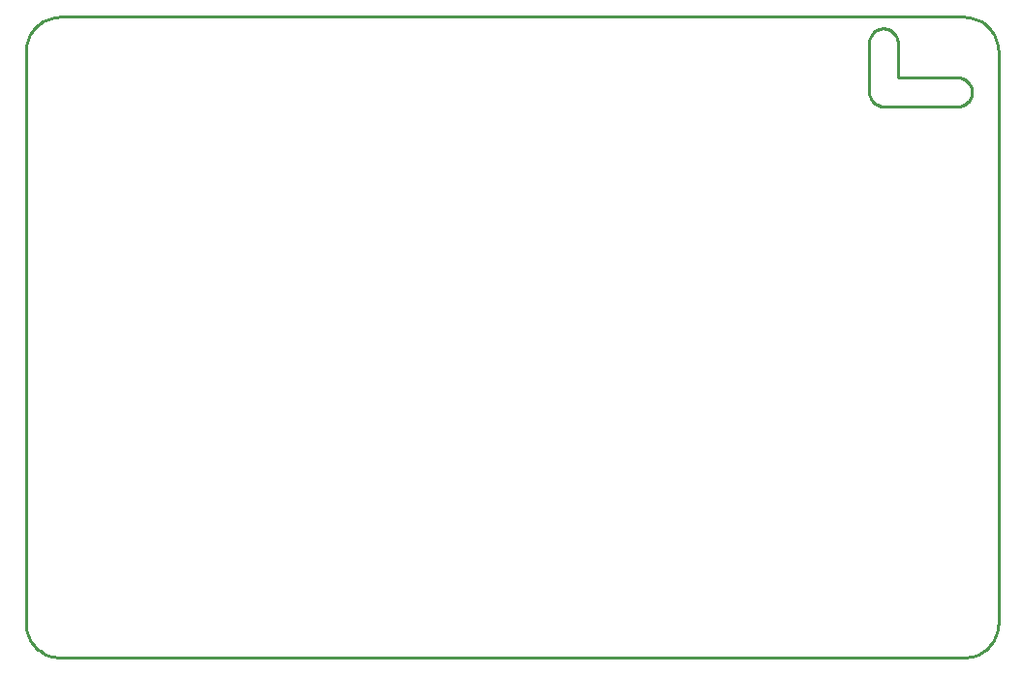
<source format=gbr>
G04 EAGLE Gerber RS-274X export*
G75*
%MOMM*%
%FSLAX34Y34*%
%LPD*%
%IN*%
%IPPOS*%
%AMOC8*
5,1,8,0,0,1.08239X$1,22.5*%
G01*
%ADD10C,0.254000*%


D10*
X0Y30000D02*
X114Y27385D01*
X456Y24791D01*
X1022Y22235D01*
X1809Y19739D01*
X2811Y17321D01*
X4019Y15000D01*
X5425Y12793D01*
X7019Y10716D01*
X8787Y8787D01*
X10716Y7019D01*
X12793Y5425D01*
X15000Y4019D01*
X17321Y2811D01*
X19739Y1809D01*
X22235Y1022D01*
X24791Y456D01*
X27385Y114D01*
X30000Y0D01*
X820000Y0D01*
X822615Y114D01*
X825209Y456D01*
X827765Y1022D01*
X830261Y1809D01*
X832679Y2811D01*
X835000Y4019D01*
X837207Y5425D01*
X839284Y7019D01*
X841213Y8787D01*
X842981Y10716D01*
X844575Y12793D01*
X845981Y15000D01*
X847189Y17321D01*
X848191Y19739D01*
X848978Y22235D01*
X849544Y24791D01*
X849886Y27385D01*
X850000Y30000D01*
X850000Y530000D01*
X849886Y532615D01*
X849544Y535209D01*
X848978Y537765D01*
X848191Y540261D01*
X847189Y542679D01*
X845981Y545000D01*
X844575Y547207D01*
X842981Y549284D01*
X841213Y551213D01*
X839284Y552981D01*
X837207Y554575D01*
X835000Y555981D01*
X832679Y557189D01*
X830261Y558191D01*
X827765Y558978D01*
X825209Y559544D01*
X822615Y559886D01*
X820000Y560000D01*
X30000Y560000D01*
X27385Y559886D01*
X24791Y559544D01*
X22235Y558978D01*
X19739Y558191D01*
X17321Y557189D01*
X15000Y555981D01*
X12793Y554575D01*
X10716Y552981D01*
X8787Y551213D01*
X7019Y549284D01*
X5425Y547207D01*
X4019Y545000D01*
X2811Y542679D01*
X1809Y540261D01*
X1022Y537765D01*
X456Y535209D01*
X114Y532615D01*
X0Y530000D01*
X0Y30000D01*
X737000Y494325D02*
X737048Y493236D01*
X737190Y492154D01*
X737426Y491090D01*
X737754Y490050D01*
X738171Y489042D01*
X738675Y488075D01*
X739261Y487155D01*
X739924Y486290D01*
X740661Y485486D01*
X741465Y484749D01*
X742330Y484086D01*
X743250Y483500D01*
X744217Y482996D01*
X745225Y482579D01*
X746265Y482251D01*
X747329Y482015D01*
X748411Y481873D01*
X749500Y481825D01*
X814500Y481825D01*
X815589Y481873D01*
X816671Y482015D01*
X817735Y482251D01*
X818775Y482579D01*
X819783Y482996D01*
X820750Y483500D01*
X821670Y484086D01*
X822535Y484749D01*
X823339Y485486D01*
X824076Y486290D01*
X824739Y487155D01*
X825325Y488075D01*
X825829Y489042D01*
X826246Y490050D01*
X826574Y491090D01*
X826810Y492154D01*
X826952Y493236D01*
X827000Y494325D01*
X826952Y495414D01*
X826810Y496496D01*
X826574Y497560D01*
X826246Y498600D01*
X825829Y499608D01*
X825325Y500575D01*
X824739Y501495D01*
X824076Y502360D01*
X823339Y503164D01*
X822535Y503901D01*
X821670Y504564D01*
X820750Y505150D01*
X819783Y505654D01*
X818775Y506071D01*
X817735Y506399D01*
X816671Y506635D01*
X815589Y506777D01*
X814500Y506825D01*
X762000Y506825D01*
X762000Y537500D01*
X761952Y538589D01*
X761810Y539671D01*
X761574Y540735D01*
X761246Y541775D01*
X760829Y542783D01*
X760325Y543750D01*
X759739Y544670D01*
X759076Y545535D01*
X758339Y546339D01*
X757535Y547076D01*
X756670Y547739D01*
X755750Y548325D01*
X754783Y548829D01*
X753775Y549246D01*
X752735Y549574D01*
X751671Y549810D01*
X750589Y549952D01*
X749500Y550000D01*
X748411Y549952D01*
X747329Y549810D01*
X746265Y549574D01*
X745225Y549246D01*
X744217Y548829D01*
X743250Y548325D01*
X742330Y547739D01*
X741465Y547076D01*
X740661Y546339D01*
X739924Y545535D01*
X739261Y544670D01*
X738675Y543750D01*
X738171Y542783D01*
X737754Y541775D01*
X737426Y540735D01*
X737190Y539671D01*
X737048Y538589D01*
X737000Y537500D01*
X737000Y494325D01*
M02*

</source>
